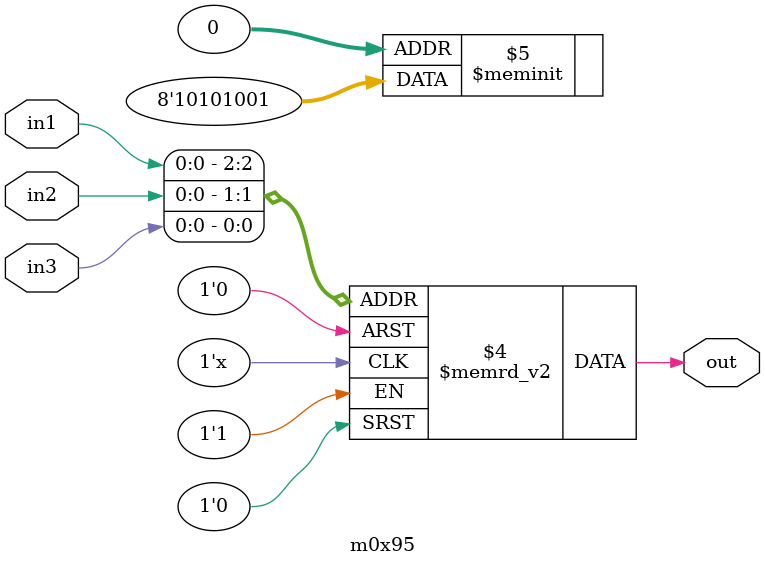
<source format=v>
module m0x95(output out, input in1, in2, in3);

   always @(in1, in2, in3)
     begin
        case({in1, in2, in3})
          3'b000: {out} = 1'b1;
          3'b001: {out} = 1'b0;
          3'b010: {out} = 1'b0;
          3'b011: {out} = 1'b1;
          3'b100: {out} = 1'b0;
          3'b101: {out} = 1'b1;
          3'b110: {out} = 1'b0;
          3'b111: {out} = 1'b1;
        endcase // case ({in1, in2, in3})
     end // always @ (in1, in2, in3)

endmodule // m0x95
</source>
